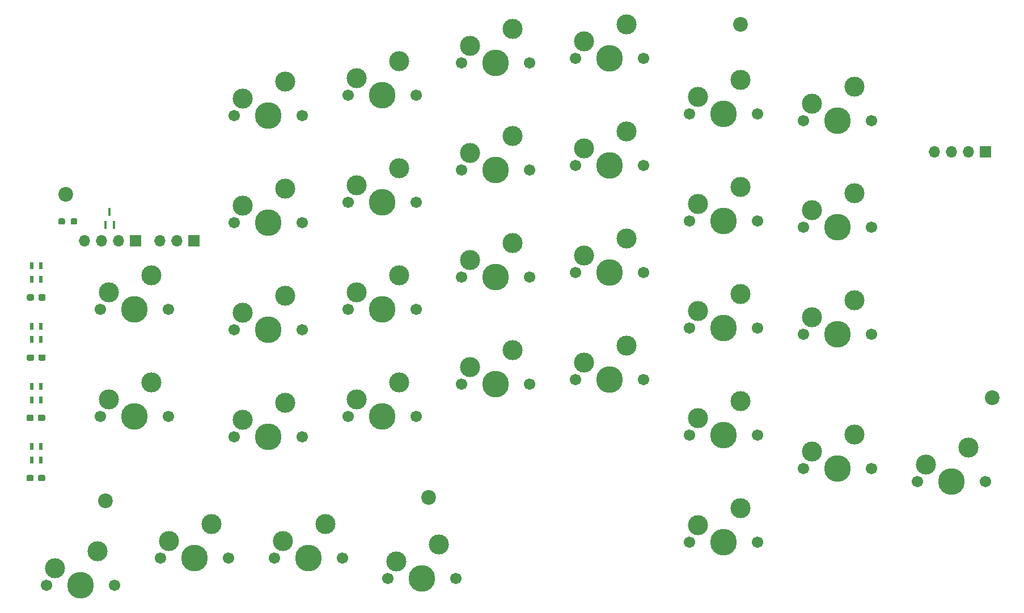
<source format=gbr>
G04 #@! TF.GenerationSoftware,KiCad,Pcbnew,5.1.7-a382d34a8~88~ubuntu18.04.1*
G04 #@! TF.CreationDate,2020-12-29T23:08:14-05:00*
G04 #@! TF.ProjectId,snowflake-right,736e6f77-666c-4616-9b65-2d7269676874,rev?*
G04 #@! TF.SameCoordinates,Original*
G04 #@! TF.FileFunction,Soldermask,Top*
G04 #@! TF.FilePolarity,Negative*
%FSLAX46Y46*%
G04 Gerber Fmt 4.6, Leading zero omitted, Abs format (unit mm)*
G04 Created by KiCad (PCBNEW 5.1.7-a382d34a8~88~ubuntu18.04.1) date 2020-12-29 23:08:14*
%MOMM*%
%LPD*%
G01*
G04 APERTURE LIST*
%ADD10R,0.355600X1.168400*%
%ADD11C,2.200000*%
%ADD12C,3.000000*%
%ADD13C,3.987800*%
%ADD14C,1.701800*%
%ADD15O,1.700000X1.700000*%
%ADD16R,1.700000X1.700000*%
%ADD17R,0.600000X1.000000*%
G04 APERTURE END LIST*
D10*
X93139999Y-83764800D03*
X93789998Y-85695200D03*
X92490000Y-85695200D03*
D11*
X140750000Y-126450000D03*
X92550000Y-126950000D03*
X224950000Y-111550000D03*
X187350000Y-55750000D03*
X86550000Y-81150000D03*
G36*
G01*
X87325000Y-85437500D02*
X87325000Y-84962500D01*
G75*
G02*
X87562500Y-84725000I237500J0D01*
G01*
X88062500Y-84725000D01*
G75*
G02*
X88300000Y-84962500I0J-237500D01*
G01*
X88300000Y-85437500D01*
G75*
G02*
X88062500Y-85675000I-237500J0D01*
G01*
X87562500Y-85675000D01*
G75*
G02*
X87325000Y-85437500I0J237500D01*
G01*
G37*
G36*
G01*
X85500000Y-85437500D02*
X85500000Y-84962500D01*
G75*
G02*
X85737500Y-84725000I237500J0D01*
G01*
X86237500Y-84725000D01*
G75*
G02*
X86475000Y-84962500I0J-237500D01*
G01*
X86475000Y-85437500D01*
G75*
G02*
X86237500Y-85675000I-237500J0D01*
G01*
X85737500Y-85675000D01*
G75*
G02*
X85500000Y-85437500I0J237500D01*
G01*
G37*
D12*
X91340000Y-134460000D03*
X84990000Y-137000000D03*
D13*
X88800000Y-139540000D03*
D14*
X93880000Y-139540000D03*
X83720000Y-139540000D03*
D12*
X108340000Y-130460000D03*
X101990000Y-133000000D03*
D13*
X105800000Y-135540000D03*
D14*
X110880000Y-135540000D03*
X100720000Y-135540000D03*
D12*
X125340000Y-130460000D03*
X118990000Y-133000000D03*
D13*
X122800000Y-135540000D03*
D14*
X127880000Y-135540000D03*
X117720000Y-135540000D03*
D12*
X142340000Y-133460000D03*
X135990000Y-136000000D03*
D13*
X139800000Y-138540000D03*
D14*
X144880000Y-138540000D03*
X134720000Y-138540000D03*
D12*
X187340000Y-128020000D03*
X180990000Y-130560000D03*
D13*
X184800000Y-133100000D03*
D14*
X189880000Y-133100000D03*
X179720000Y-133100000D03*
D12*
X99340000Y-109290000D03*
X92990000Y-111830000D03*
D13*
X96800000Y-114370000D03*
D14*
X101880000Y-114370000D03*
X91720000Y-114370000D03*
D12*
X119340000Y-112290000D03*
X112990000Y-114830000D03*
D13*
X116800000Y-117370000D03*
D14*
X121880000Y-117370000D03*
X111720000Y-117370000D03*
D12*
X136340000Y-109290000D03*
X129990000Y-111830000D03*
D13*
X133800000Y-114370000D03*
D14*
X138880000Y-114370000D03*
X128720000Y-114370000D03*
D12*
X153340000Y-104460000D03*
X146990000Y-107000000D03*
D13*
X150800000Y-109540000D03*
D14*
X155880000Y-109540000D03*
X145720000Y-109540000D03*
D12*
X170340000Y-103760000D03*
X163990000Y-106300000D03*
D13*
X167800000Y-108840000D03*
D14*
X172880000Y-108840000D03*
X162720000Y-108840000D03*
D12*
X187340000Y-112020000D03*
X180990000Y-114560000D03*
D13*
X184800000Y-117100000D03*
D14*
X189880000Y-117100000D03*
X179720000Y-117100000D03*
D12*
X204340000Y-117020000D03*
X197990000Y-119560000D03*
D13*
X201800000Y-122100000D03*
D14*
X206880000Y-122100000D03*
X196720000Y-122100000D03*
D12*
X221340000Y-119020000D03*
X214990000Y-121560000D03*
D13*
X218800000Y-124100000D03*
D14*
X223880000Y-124100000D03*
X213720000Y-124100000D03*
D12*
X99340000Y-93290000D03*
X92990000Y-95830000D03*
D13*
X96800000Y-98370000D03*
D14*
X101880000Y-98370000D03*
X91720000Y-98370000D03*
D12*
X119340000Y-96290000D03*
X112990000Y-98830000D03*
D13*
X116800000Y-101370000D03*
D14*
X121880000Y-101370000D03*
X111720000Y-101370000D03*
X128720000Y-98370000D03*
X138880000Y-98370000D03*
D13*
X133800000Y-98370000D03*
D12*
X129990000Y-95830000D03*
X136340000Y-93290000D03*
X153340000Y-88460000D03*
X146990000Y-91000000D03*
D13*
X150800000Y-93540000D03*
D14*
X155880000Y-93540000D03*
X145720000Y-93540000D03*
D12*
X170340000Y-87760000D03*
X163990000Y-90300000D03*
D13*
X167800000Y-92840000D03*
D14*
X172880000Y-92840000D03*
X162720000Y-92840000D03*
D12*
X187340000Y-96020000D03*
X180990000Y-98560000D03*
D13*
X184800000Y-101100000D03*
D14*
X189880000Y-101100000D03*
X179720000Y-101100000D03*
D12*
X204340000Y-97020000D03*
X197990000Y-99560000D03*
D13*
X201800000Y-102100000D03*
D14*
X206880000Y-102100000D03*
X196720000Y-102100000D03*
D12*
X119340000Y-80290000D03*
X112990000Y-82830000D03*
D13*
X116800000Y-85370000D03*
D14*
X121880000Y-85370000D03*
X111720000Y-85370000D03*
D12*
X136340000Y-77290000D03*
X129990000Y-79830000D03*
D13*
X133800000Y-82370000D03*
D14*
X138880000Y-82370000D03*
X128720000Y-82370000D03*
D12*
X153340000Y-72460000D03*
X146990000Y-75000000D03*
D13*
X150800000Y-77540000D03*
D14*
X155880000Y-77540000D03*
X145720000Y-77540000D03*
D12*
X170340000Y-71760000D03*
X163990000Y-74300000D03*
D13*
X167800000Y-76840000D03*
D14*
X172880000Y-76840000D03*
X162720000Y-76840000D03*
D12*
X187340000Y-80020000D03*
X180990000Y-82560000D03*
D13*
X184800000Y-85100000D03*
D14*
X189880000Y-85100000D03*
X179720000Y-85100000D03*
D12*
X204340000Y-81020000D03*
X197990000Y-83560000D03*
D13*
X201800000Y-86100000D03*
D14*
X206880000Y-86100000D03*
X196720000Y-86100000D03*
D12*
X119340000Y-64290000D03*
X112990000Y-66830000D03*
D13*
X116800000Y-69370000D03*
D14*
X121880000Y-69370000D03*
X111720000Y-69370000D03*
D12*
X136340000Y-61290000D03*
X129990000Y-63830000D03*
D13*
X133800000Y-66370000D03*
D14*
X138880000Y-66370000D03*
X128720000Y-66370000D03*
D12*
X153340000Y-56460000D03*
X146990000Y-59000000D03*
D13*
X150800000Y-61540000D03*
D14*
X155880000Y-61540000D03*
X145720000Y-61540000D03*
D12*
X170340000Y-55760000D03*
X163990000Y-58300000D03*
D13*
X167800000Y-60840000D03*
D14*
X172880000Y-60840000D03*
X162720000Y-60840000D03*
D12*
X187340000Y-64020000D03*
X180990000Y-66560000D03*
D13*
X184800000Y-69100000D03*
D14*
X189880000Y-69100000D03*
X179720000Y-69100000D03*
D12*
X204340000Y-65020000D03*
X197990000Y-67560000D03*
D13*
X201800000Y-70100000D03*
D14*
X206880000Y-70100000D03*
X196720000Y-70100000D03*
D15*
X89370000Y-88130000D03*
X91910000Y-88130000D03*
X94450000Y-88130000D03*
D16*
X96990000Y-88130000D03*
D15*
X100620000Y-88100000D03*
X103160000Y-88100000D03*
D16*
X105700000Y-88100000D03*
D15*
X216280000Y-74800000D03*
X218820000Y-74800000D03*
X221360000Y-74800000D03*
D16*
X223900000Y-74800000D03*
D17*
X81525000Y-120850000D03*
X82825000Y-120850000D03*
X81525000Y-118850000D03*
X82825000Y-118850000D03*
X81525000Y-111850000D03*
X82825000Y-111850000D03*
X81525000Y-109850000D03*
X82825000Y-109850000D03*
X81525000Y-102850000D03*
X82825000Y-102850000D03*
X81525000Y-100850000D03*
X82825000Y-100850000D03*
X81525000Y-93850000D03*
X82825000Y-93850000D03*
X81525000Y-91850000D03*
X82825000Y-91850000D03*
G36*
G01*
X82437500Y-123787500D02*
X82437500Y-123312500D01*
G75*
G02*
X82675000Y-123075000I237500J0D01*
G01*
X83275000Y-123075000D01*
G75*
G02*
X83512500Y-123312500I0J-237500D01*
G01*
X83512500Y-123787500D01*
G75*
G02*
X83275000Y-124025000I-237500J0D01*
G01*
X82675000Y-124025000D01*
G75*
G02*
X82437500Y-123787500I0J237500D01*
G01*
G37*
G36*
G01*
X80712500Y-123787500D02*
X80712500Y-123312500D01*
G75*
G02*
X80950000Y-123075000I237500J0D01*
G01*
X81550000Y-123075000D01*
G75*
G02*
X81787500Y-123312500I0J-237500D01*
G01*
X81787500Y-123787500D01*
G75*
G02*
X81550000Y-124025000I-237500J0D01*
G01*
X80950000Y-124025000D01*
G75*
G02*
X80712500Y-123787500I0J237500D01*
G01*
G37*
G36*
G01*
X82437500Y-114787500D02*
X82437500Y-114312500D01*
G75*
G02*
X82675000Y-114075000I237500J0D01*
G01*
X83275000Y-114075000D01*
G75*
G02*
X83512500Y-114312500I0J-237500D01*
G01*
X83512500Y-114787500D01*
G75*
G02*
X83275000Y-115025000I-237500J0D01*
G01*
X82675000Y-115025000D01*
G75*
G02*
X82437500Y-114787500I0J237500D01*
G01*
G37*
G36*
G01*
X80712500Y-114787500D02*
X80712500Y-114312500D01*
G75*
G02*
X80950000Y-114075000I237500J0D01*
G01*
X81550000Y-114075000D01*
G75*
G02*
X81787500Y-114312500I0J-237500D01*
G01*
X81787500Y-114787500D01*
G75*
G02*
X81550000Y-115025000I-237500J0D01*
G01*
X80950000Y-115025000D01*
G75*
G02*
X80712500Y-114787500I0J237500D01*
G01*
G37*
G36*
G01*
X82500000Y-105787500D02*
X82500000Y-105312500D01*
G75*
G02*
X82737500Y-105075000I237500J0D01*
G01*
X83337500Y-105075000D01*
G75*
G02*
X83575000Y-105312500I0J-237500D01*
G01*
X83575000Y-105787500D01*
G75*
G02*
X83337500Y-106025000I-237500J0D01*
G01*
X82737500Y-106025000D01*
G75*
G02*
X82500000Y-105787500I0J237500D01*
G01*
G37*
G36*
G01*
X80775000Y-105787500D02*
X80775000Y-105312500D01*
G75*
G02*
X81012500Y-105075000I237500J0D01*
G01*
X81612500Y-105075000D01*
G75*
G02*
X81850000Y-105312500I0J-237500D01*
G01*
X81850000Y-105787500D01*
G75*
G02*
X81612500Y-106025000I-237500J0D01*
G01*
X81012500Y-106025000D01*
G75*
G02*
X80775000Y-105787500I0J237500D01*
G01*
G37*
G36*
G01*
X82500000Y-96787500D02*
X82500000Y-96312500D01*
G75*
G02*
X82737500Y-96075000I237500J0D01*
G01*
X83337500Y-96075000D01*
G75*
G02*
X83575000Y-96312500I0J-237500D01*
G01*
X83575000Y-96787500D01*
G75*
G02*
X83337500Y-97025000I-237500J0D01*
G01*
X82737500Y-97025000D01*
G75*
G02*
X82500000Y-96787500I0J237500D01*
G01*
G37*
G36*
G01*
X80775000Y-96787500D02*
X80775000Y-96312500D01*
G75*
G02*
X81012500Y-96075000I237500J0D01*
G01*
X81612500Y-96075000D01*
G75*
G02*
X81850000Y-96312500I0J-237500D01*
G01*
X81850000Y-96787500D01*
G75*
G02*
X81612500Y-97025000I-237500J0D01*
G01*
X81012500Y-97025000D01*
G75*
G02*
X80775000Y-96787500I0J237500D01*
G01*
G37*
M02*

</source>
